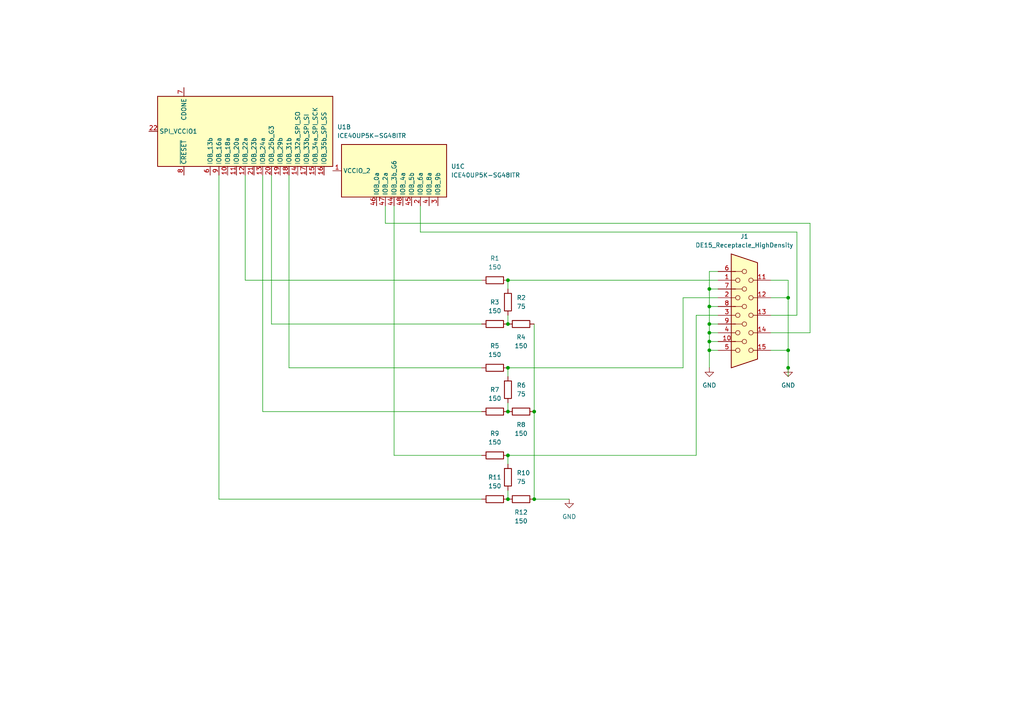
<source format=kicad_sch>
(kicad_sch (version 20231120) (generator "eeschema") (generator_version "8.0")
  (paper "A4")
  (title_block (title "E155 Final Project Schematic") (date "2024-12-10") (rev "1.0") (company "Harvey Mudd College") (comment 1 "Vikram Krishna"))
  (lib_symbols
    (symbol "Connector:DE15_Receptacle_HighDensity" (pin_names (offset 1.016) hide)
      (property "Reference" "J" (at 0 21.59 0))
      (property "Value" "DE15_Receptacle_HighDensity" (at 0 19.05 0))
      (symbol "DE15_Receptacle_HighDensity_0_1"
        (circle (center -1.905 -10.16) (radius 0.635))
        (circle (center -1.905 -5.08) (radius 0.635))
        (circle (center -1.905 0) (radius 0.635))
        (circle (center -1.905 5.08) (radius 0.635))
        (circle (center -1.905 10.16) (radius 0.635))
        (circle (center 0 -7.62) (radius 0.635))
        (circle (center 0 -2.54) (radius 0.635))
        (polyline (pts (xy -3.175 7.62) (xy -0.635 7.62)))
        (polyline (pts (xy -0.635 -7.62) (xy -3.175 -7.62)))
        (polyline (pts (xy -0.635 -2.54) (xy -3.175 -2.54)))
        (polyline (pts (xy -0.635 2.54) (xy -3.175 2.54)))
        (polyline (pts (xy -0.635 12.7) (xy -3.175 12.7)))
        (polyline (pts (xy -3.81 17.78) (xy -3.81 -15.24) (xy 3.81 -12.7) (xy 3.81 15.24) (xy -3.81 17.78)) (stroke (width 0.254)) (fill (type background)))
        (circle (center 0 2.54) (radius 0.635))
        (circle (center 0 7.62) (radius 0.635))
        (circle (center 0 12.7) (radius 0.635))
        (circle (center 1.905 -10.16) (radius 0.635))
        (circle (center 1.905 -5.08) (radius 0.635))
        (circle (center 1.905 0) (radius 0.635))
        (circle (center 1.905 5.08) (radius 0.635))
        (circle (center 1.905 10.16) (radius 0.635))
      )
      (symbol "DE15_Receptacle_HighDensity_1_1"
        (pin passive line (at -7.62 10.16 0) (length 5.08) (name "~") (number "1"))
        (pin passive line (at -7.62 -7.62 0) (length 5.08) (name "~") (number "10"))
        (pin passive line (at 7.62 10.16 180) (length 5.08) (name "~") (number "11"))
        (pin passive line (at 7.62 5.08 180) (length 5.08) (name "~") (number "12"))
        (pin passive line (at 7.62 0 180) (length 5.08) (name "~") (number "13"))
        (pin passive line (at 7.62 -5.08 180) (length 5.08) (name "~") (number "14"))
        (pin passive line (at 7.62 -10.16 180) (length 5.08) (name "~") (number "15"))
        (pin passive line (at -7.62 5.08 0) (length 5.08) (name "~") (number "2"))
        (pin passive line (at -7.62 0 0) (length 5.08) (name "~") (number "3"))
        (pin passive line (at -7.62 -5.08 0) (length 5.08) (name "~") (number "4"))
        (pin passive line (at -7.62 -10.16 0) (length 5.08) (name "~") (number "5"))
        (pin passive line (at -7.62 12.7 0) (length 5.08) (name "~") (number "6"))
        (pin passive line (at -7.62 7.62 0) (length 5.08) (name "~") (number "7"))
        (pin passive line (at -7.62 2.54 0) (length 5.08) (name "~") (number "8"))
        (pin passive line (at -7.62 -2.54 0) (length 5.08) (name "~") (number "9"))
      )
    )
    (symbol "Device:R" (pin_numbers hide) (pin_names (offset 0))
      (property "Reference" "R" (at 2.032 0 90))
      (property "Value" "R" (at 0 0 90))
      (symbol "R_0_1"
        (rectangle (start -1.016 -2.54) (end 1.016 2.54) (stroke (width 0.254)))
      )
      (symbol "R_1_1"
        (pin passive line (at 0 3.81 270) (length 1.27) (name "~") (number "1"))
        (pin passive line (at 0 -3.81 90) (length 1.27) (name "~") (number "2"))
      )
    )
    (symbol "FPGA_Lattice:ICE40UP5K-SG48ITR"
      (property "Reference" "U" (at -8.89 -29.21 0))
      (property "Value" "ICE40UP5K-SG48ITR" (at 0 -31.75 0))
      (symbol "ICE40UP5K-SG48ITR_1_1"
        (rectangle (start -7.62 25.4) (end 7.62 -27.94) (stroke (width 0.254)) (fill (type background)))
        (pin bidirectional line (at -10.16 12.7 0) (length 2.54) (name "IOT_37a") (number "23"))
        (pin bidirectional line (at -10.16 15.24 0) (length 2.54) (name "IOT_36b") (number "25"))
        (pin bidirectional line (at -10.16 7.62 0) (length 2.54) (name "IOT_39a") (number "26"))
        (pin bidirectional line (at -10.16 10.16 0) (length 2.54) (name "IOT_38b") (number "27"))
        (pin bidirectional line (at -10.16 5.08 0) (length 2.54) (name "IOT_41a") (number "28"))
        (pin bidirectional line (at -10.16 2.54 0) (length 2.54) (name "IOT_42b") (number "31"))
        (pin bidirectional line (at -10.16 0 0) (length 2.54) (name "IOT_43a") (number "32"))
        (pin power_in line (at 0 27.94 270) (length 2.54) (name "VCCIO_0") (number "33"))
        (pin bidirectional line (at -10.16 -2.54 0) (length 2.54) (name "IOT_44b") (number "34"))
        (pin bidirectional line (at -10.16 -7.62 0) (length 2.54) (name "IOT_46b_G0") (number "35"))
        (pin bidirectional line (at -10.16 -10.16 0) (length 2.54) (name "IOT_48b") (number "36"))
        (pin bidirectional line (at -10.16 -5.08 0) (length 2.54) (name "IOT_45a_G1") (number "37"))
        (pin bidirectional line (at -10.16 -15.24 0) (length 2.54) (name "IOT_50b") (number "38"))
        (pin open_collector line (at -10.16 -20.32 0) (length 2.54) (name "RGB0") (number "39"))
        (pin open_collector line (at -10.16 -22.86 0) (length 2.54) (name "RGB1") (number "40"))
        (pin open_collector line (at -10.16 -25.4 0) (length 2.54) (name "RGB2") (number "41"))
        (pin bidirectional line (at -10.16 -17.78 0) (length 2.54) (name "IOT_51a") (number "42"))
        (pin bidirectional line (at -10.16 -12.7 0) (length 2.54) (name "IOT_49a") (number "43"))
      )
      (symbol "ICE40UP5K-SG48ITR_2_1"
        (rectangle (start -10.16 25.4) (end 10.16 -25.4) (stroke (width 0.254)) (fill (type background)))
        (pin bidirectional line (at -12.7 5.08 0) (length 2.54) (name "IOB_18a") (number "10"))
        (pin bidirectional line (at -12.7 2.54 0) (length 2.54) (name "IOB_20a") (number "11"))
        (pin bidirectional line (at -12.7 0 0) (length 2.54) (name "IOB_22a") (number "12"))
        (pin bidirectional line (at -12.7 -5.08 0) (length 2.54) (name "IOB_24a") (number "13"))
        (pin bidirectional line (at -12.7 -15.24 0) (length 2.54) (name "IOB_32a_SPI_SO") (number "14"))
        (pin bidirectional line (at -12.7 -20.32 0) (length 2.54) (name "IOB_34a_SPI_SCK") (number "15"))
        (pin bidirectional line (at -12.7 -22.86 0) (length 2.54) (name "IOB_35b_SPI_SS") (number "16"))
        (pin bidirectional line (at -12.7 -17.78 0) (length 2.54) (name "IOB_33b_SPI_SI") (number "17"))
        (pin bidirectional line (at -12.7 -12.7 0) (length 2.54) (name "IOB_31b") (number "18"))
        (pin bidirectional line (at -12.7 -10.16 0) (length 2.54) (name "IOB_29b") (number "19"))
        (pin bidirectional line (at -12.7 -7.62 0) (length 2.54) (name "IOB_25b_G3") (number "20"))
        (pin bidirectional line (at -12.7 -2.54 0) (length 2.54) (name "IOB_23b") (number "21"))
        (pin power_in line (at 0 27.94 270) (length 2.54) (name "SPI_VCCIO1") (number "22"))
        (pin bidirectional line (at -12.7 10.16 0) (length 2.54) (name "IOB_13b") (number "6"))
        (pin open_collector line (at 12.7 17.78 180) (length 2.54) (name "CDONE") (number "7"))
        (pin input line (at -12.7 17.78 0) (length 2.54) (name "~{CRESET}") (number "8"))
        (pin bidirectional line (at -12.7 7.62 0) (length 2.54) (name "IOB_16a") (number "9"))
      )
      (symbol "ICE40UP5K-SG48ITR_3_1"
        (rectangle (start -7.62 15.24) (end 7.62 -15.24) (stroke (width 0.254)) (fill (type background)))
        (pin power_in line (at 0 17.78 270) (length 2.54) (name "VCCIO_2") (number "1"))
        (pin bidirectional line (at -10.16 -7.62 0) (length 2.54) (name "IOB_6a") (number "2"))
        (pin bidirectional line (at -10.16 -12.7 0) (length 2.54) (name "IOB_9b") (number "3"))
        (pin bidirectional line (at -10.16 -10.16 0) (length 2.54) (name "IOB_8a") (number "4"))
        (pin bidirectional line (at -10.16 0 0) (length 2.54) (name "IOB_3b_G6") (number "44"))
        (pin bidirectional line (at -10.16 -5.08 0) (length 2.54) (name "IOB_5b") (number "45"))
        (pin bidirectional line (at -10.16 5.08 0) (length 2.54) (name "IOB_0a") (number "46"))
        (pin bidirectional line (at -10.16 2.54 0) (length 2.54) (name "IOB_2a") (number "47"))
        (pin bidirectional line (at -10.16 -2.54 0) (length 2.54) (name "IOB_4a") (number "48"))
      )
      (symbol "ICE40UP5K-SG48ITR_4_1"
        (rectangle (start -5.08 7.62) (end 5.08 -7.62) (stroke (width 0.254)) (fill (type background)))
        (pin power_in line (at -2.54 10.16 270) (length 2.54) (name "VPP_2V5") (number "24"))
        (pin power_out line (at 2.54 10.16 270) (length 2.54) (name "VCCPLL") (number "29"))
        (pin passive line (at 0 10.16 270) (length 2.54) hide (name "VCC") (number "30"))
        (pin power_in line (at 0 -10.16 90) (length 2.54) (name "GND") (number "49"))
        (pin power_in line (at 0 10.16 270) (length 2.54) (name "VCC") (number "5"))
      )
    )
    (symbol "power:GND" (power) (pin_numbers hide) (pin_names (offset 0) hide)
      (property "Value" "GND" (at 0 -3.81 0))
      (symbol "GND_0_1"
        (polyline (pts (xy 0 0) (xy 0 -1.27) (xy 1.27 -1.27) (xy 0 -2.54) (xy -1.27 -1.27) (xy 0 -1.27)))
      )
      (symbol "GND_1_1"
        (pin power_in line (at 0 0 270) (length 0) (name "~") (number "1"))
      )
    )
  )
  (junction (at 228.6 86.36))
  (junction (at 154.94 119.38))
  (junction (at 205.74 101.6))
  (junction (at 147.32 106.68))
  (junction (at 147.32 81.28))
  (junction (at 228.6 106.68))
  (junction (at 205.74 83.82))
  (junction (at 147.32 93.98))
  (junction (at 147.32 119.38))
  (junction (at 205.74 96.52))
  (junction (at 147.32 132.08))
  (junction (at 228.6 101.6))
  (junction (at 154.94 144.78))
  (junction (at 205.74 93.98))
  (junction (at 205.74 99.06))
  (junction (at 147.32 144.78))
  (junction (at 205.74 88.9))
  (wire (pts (xy 121.92 67.31) (xy 231.14 67.31)))
  (wire (pts (xy 228.6 101.6) (xy 228.6 86.36)))
  (wire (pts (xy 205.74 83.82) (xy 205.74 78.74)))
  (wire (pts (xy 147.32 91.44) (xy 147.32 93.98)))
  (wire (pts (xy 228.6 81.28) (xy 223.52 81.28)))
  (wire (pts (xy 147.32 142.24) (xy 147.32 144.78)))
  (wire (pts (xy 201.93 132.08) (xy 201.93 91.44)))
  (wire (pts (xy 201.93 91.44) (xy 208.28 91.44)))
  (wire (pts (xy 231.14 67.31) (xy 231.14 91.44)))
  (wire (pts (xy 228.6 109.22) (xy 228.6 106.68)))
  (wire (pts (xy 76.2 119.38) (xy 76.2 50.8)))
  (wire (pts (xy 83.82 106.68) (xy 139.7 106.68)))
  (wire (pts (xy 198.12 86.36) (xy 208.28 86.36)))
  (wire (pts (xy 228.6 106.68) (xy 228.6 101.6)))
  (wire (pts (xy 205.74 88.9) (xy 208.28 88.9)))
  (wire (pts (xy 154.94 93.98) (xy 154.94 119.38)))
  (wire (pts (xy 228.6 86.36) (xy 228.6 81.28)))
  (wire (pts (xy 154.94 119.38) (xy 154.94 144.78)))
  (wire (pts (xy 147.32 81.28) (xy 208.28 81.28)))
  (wire (pts (xy 205.74 99.06) (xy 205.74 96.52)))
  (wire (pts (xy 114.3 132.08) (xy 114.3 59.69)))
  (wire (pts (xy 234.95 64.77) (xy 234.95 96.52)))
  (wire (pts (xy 147.32 132.08) (xy 201.93 132.08)))
  (wire (pts (xy 205.74 99.06) (xy 208.28 99.06)))
  (wire (pts (xy 205.74 106.68) (xy 205.74 101.6)))
  (wire (pts (xy 63.5 144.78) (xy 139.7 144.78)))
  (wire (pts (xy 121.92 59.69) (xy 121.92 67.31)))
  (wire (pts (xy 111.76 59.69) (xy 111.76 64.77)))
  (wire (pts (xy 147.32 83.82) (xy 147.32 81.28)))
  (wire (pts (xy 205.74 101.6) (xy 205.74 99.06)))
  (wire (pts (xy 234.95 96.52) (xy 223.52 96.52)))
  (wire (pts (xy 139.7 132.08) (xy 114.3 132.08)))
  (wire (pts (xy 205.74 78.74) (xy 208.28 78.74)))
  (wire (pts (xy 154.94 144.78) (xy 165.1 144.78)))
  (wire (pts (xy 205.74 83.82) (xy 208.28 83.82)))
  (wire (pts (xy 198.12 106.68) (xy 198.12 86.36)))
  (wire (pts (xy 71.12 81.28) (xy 139.7 81.28)))
  (wire (pts (xy 76.2 119.38) (xy 139.7 119.38)))
  (wire (pts (xy 147.32 106.68) (xy 198.12 106.68)))
  (wire (pts (xy 205.74 93.98) (xy 208.28 93.98)))
  (wire (pts (xy 223.52 101.6) (xy 228.6 101.6)))
  (wire (pts (xy 205.74 96.52) (xy 208.28 96.52)))
  (wire (pts (xy 223.52 86.36) (xy 228.6 86.36)))
  (wire (pts (xy 231.14 91.44) (xy 223.52 91.44)))
  (wire (pts (xy 147.32 109.22) (xy 147.32 106.68)))
  (wire (pts (xy 205.74 88.9) (xy 205.74 83.82)))
  (wire (pts (xy 147.32 116.84) (xy 147.32 119.38)))
  (wire (pts (xy 205.74 101.6) (xy 208.28 101.6)))
  (wire (pts (xy 111.76 64.77) (xy 234.95 64.77)))
  (wire (pts (xy 71.12 81.28) (xy 71.12 50.8)))
  (wire (pts (xy 147.32 134.62) (xy 147.32 132.08)))
  (wire (pts (xy 83.82 106.68) (xy 83.82 50.8)))
  (wire (pts (xy 78.74 93.98) (xy 78.74 50.8)))
  (wire (pts (xy 78.74 93.98) (xy 139.7 93.98)))
  (wire (pts (xy 205.74 93.98) (xy 205.74 88.9)))
  (wire (pts (xy 63.5 144.78) (xy 63.5 50.8)))
  (wire (pts (xy 205.74 96.52) (xy 205.74 93.98)))
  (symbol (lib_id "Device:R") (at 151.13 93.98 90) (unit 1)
    (property "Reference" "R4" (at 151.13 97.79 90))
    (property "Value" "150" (at 151.13 100.33 90))
    (property "Description" "Resistor" (effects (hide yes)))
  )
  (symbol (lib_id "power:GND") (at 165.1 144.78 0) (unit 1)
    (property "Reference" "#PWR01" (effects (hide yes)))
    (property "Value" "GND" (at 165.1 149.86 0))
    (property "Description" "Power symbol creates a global label with name \"GND\" , ground" (effects (hide yes)))
  )
  (symbol (lib_id "Device:R") (at 143.51 81.28 90) (unit 1)
    (property "Reference" "R1" (at 143.51 74.93 90))
    (property "Value" "150" (at 143.51 77.47 90))
    (property "Description" "Resistor" (effects (hide yes)))
  )
  (symbol (lib_id "Device:R") (at 143.51 119.38 90) (unit 1)
    (property "Reference" "R7" (at 143.51 113.03 90))
    (property "Value" "150" (at 143.51 115.57 90))
    (property "Description" "Resistor" (effects (hide yes)))
  )
  (symbol (lib_id "Device:R") (at 147.32 113.03 180) (unit 1)
    (property "Reference" "R6" (at 149.86 111.7599 0) (effects (justify right)))
    (property "Value" "75" (at 149.86 114.2999 0) (effects (justify right)))
    (property "Description" "Resistor" (effects (hide yes)))
  )
  (symbol (lib_id "Device:R") (at 143.51 144.78 90) (unit 1)
    (property "Reference" "R11" (at 143.51 138.43 90))
    (property "Value" "150" (at 143.51 140.97 90))
    (property "Description" "Resistor" (effects (hide yes)))
  )
  (symbol (lib_id "Connector:DE15_Receptacle_HighDensity") (at 215.9 91.44 0) (unit 1)
    (property "Reference" "J1" (at 215.9 68.58 0))
    (property "Value" "DE15_Receptacle_HighDensity" (at 215.9 71.12 0))
    (property "Description" "15-pin female receptacle socket D-SUB connector, High density (3 columns), Triple Row, Generic, VGA-connector" (effects (hide yes)))
  )
  (symbol (lib_id "Device:R") (at 143.51 106.68 90) (unit 1)
    (property "Reference" "R5" (at 143.51 100.33 90))
    (property "Value" "150" (at 143.51 102.87 90))
    (property "Description" "Resistor" (effects (hide yes)))
  )
  (symbol (lib_id "Device:R") (at 143.51 93.98 90) (unit 1)
    (property "Reference" "R3" (at 143.51 87.63 90))
    (property "Value" "150" (at 143.51 90.17 90))
    (property "Description" "Resistor" (effects (hide yes)))
  )
  (symbol (lib_id "FPGA_Lattice:ICE40UP5K-SG48ITR") (at 114.3 49.53 90) (unit 3)
    (property "Reference" "U1" (at 130.81 48.2599 90) (effects (justify right)))
    (property "Value" "ICE40UP5K-SG48ITR" (at 130.81 50.7999 90) (effects (justify right)))
    (property "Footprint" "Package_DFN_QFN:QFN-48-1EP_7x7mm_P0.5mm_EP5.6x5.6mm" (effects (hide yes)))
    (property "Datasheet" "http://www.latticesemi.com/Products/FPGAandCPLD/iCE40Ultra" (effects (hide yes)))
    (property "Description" "iCE40 UltraPlus FPGA, 5280 LUTs, 1.2V, 48-pin QFN" (effects (hide yes)))
  )
  (symbol (lib_id "Device:R") (at 147.32 138.43 180) (unit 1)
    (property "Reference" "R10" (at 149.86 137.1599 0) (effects (justify right)))
    (property "Value" "75" (at 149.86 139.6999 0) (effects (justify right)))
    (property "Description" "Resistor" (effects (hide yes)))
  )
  (symbol (lib_id "Device:R") (at 151.13 144.78 90) (unit 1)
    (property "Reference" "R12" (at 151.13 148.59 90))
    (property "Value" "150" (at 151.13 151.13 90))
    (property "Description" "Resistor" (effects (hide yes)))
  )
  (symbol (lib_id "power:GND") (at 205.74 106.68 0) (unit 1)
    (property "Reference" "#PWR02" (effects (hide yes)))
    (property "Value" "GND" (at 205.74 111.76 0))
    (property "Description" "Power symbol creates a global label with name \"GND\" , ground" (effects (hide yes)))
  )
  (symbol (lib_id "FPGA_Lattice:ICE40UP5K-SG48ITR") (at 71.12 38.1 90) (unit 2)
    (property "Reference" "U1" (at 97.79 36.8299 90) (effects (justify right)))
    (property "Value" "ICE40UP5K-SG48ITR" (at 97.79 39.3699 90) (effects (justify right)))
    (property "Footprint" "Package_DFN_QFN:QFN-48-1EP_7x7mm_P0.5mm_EP5.6x5.6mm" (effects (hide yes)))
    (property "Datasheet" "http://www.latticesemi.com/Products/FPGAandCPLD/iCE40Ultra" (effects (hide yes)))
    (property "Description" "iCE40 UltraPlus FPGA, 5280 LUTs, 1.2V, 48-pin QFN" (effects (hide yes)))
  )
  (symbol (lib_id "Device:R") (at 147.32 87.63 180) (unit 1)
    (property "Reference" "R2" (at 149.86 86.3599 0) (effects (justify right)))
    (property "Value" "75" (at 149.86 88.8999 0) (effects (justify right)))
    (property "Description" "Resistor" (effects (hide yes)))
  )
  (symbol (lib_id "Device:R") (at 143.51 132.08 90) (unit 1)
    (property "Reference" "R9" (at 143.51 125.73 90))
    (property "Value" "150" (at 143.51 128.27 90))
    (property "Description" "Resistor" (effects (hide yes)))
  )
  (symbol (lib_id "Device:R") (at 151.13 119.38 90) (unit 1)
    (property "Reference" "R8" (at 151.13 123.19 90))
    (property "Value" "150" (at 151.13 125.73 90))
    (property "Description" "Resistor" (effects (hide yes)))
  )
  (symbol (lib_id "power:GND") (at 228.6 106.68 0) (unit 1)
    (property "Reference" "#PWR03" (effects (hide yes)))
    (property "Value" "GND" (at 228.6 111.76 0))
    (property "Description" "Power symbol creates a global label with name \"GND\" , ground" (effects (hide yes)))
  )
)
</source>
